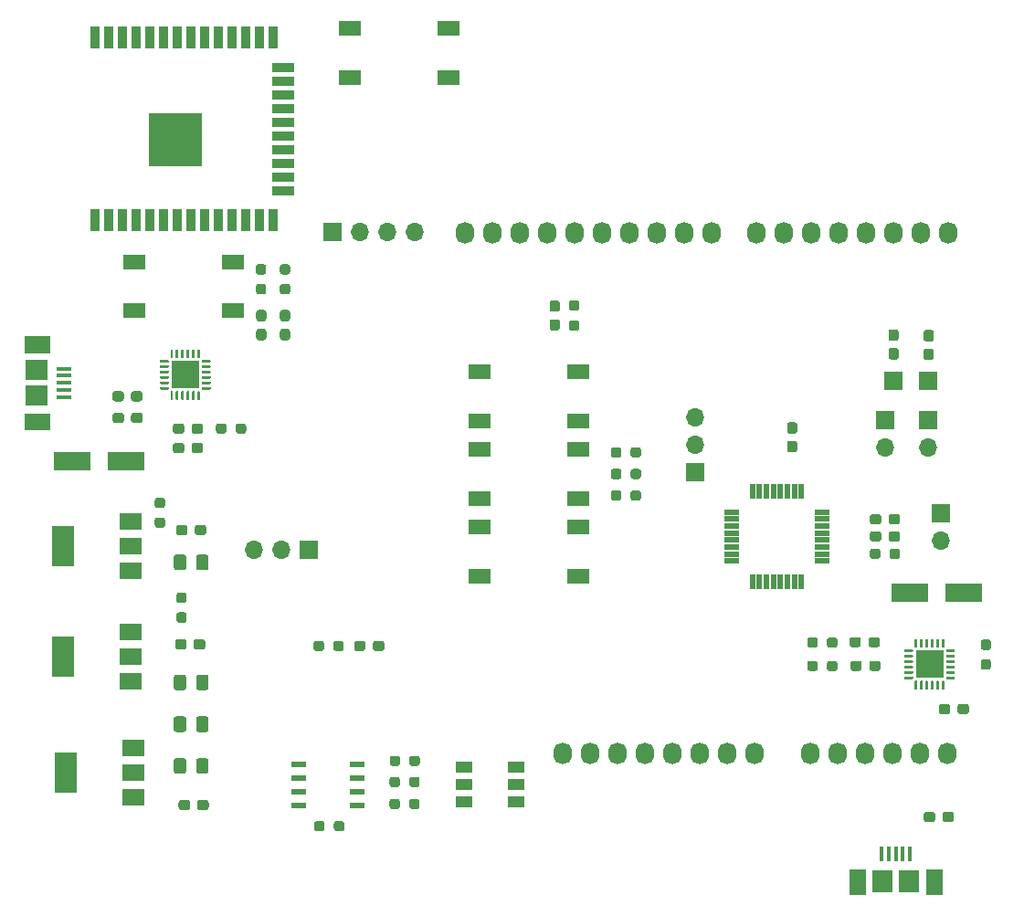
<source format=gbr>
G04 #@! TF.GenerationSoftware,KiCad,Pcbnew,(5.1.12)-1*
G04 #@! TF.CreationDate,2022-03-24T17:08:19-05:00*
G04 #@! TF.ProjectId,AVR-CTF,4156522d-4354-4462-9e6b-696361645f70,rev?*
G04 #@! TF.SameCoordinates,Original*
G04 #@! TF.FileFunction,Soldermask,Top*
G04 #@! TF.FilePolarity,Negative*
%FSLAX46Y46*%
G04 Gerber Fmt 4.6, Leading zero omitted, Abs format (unit mm)*
G04 Created by KiCad (PCBNEW (5.1.12)-1) date 2022-03-24 17:08:19*
%MOMM*%
%LPD*%
G01*
G04 APERTURE LIST*
%ADD10C,0.010000*%
%ADD11R,3.500000X1.800000*%
%ADD12R,1.700000X1.700000*%
%ADD13O,1.700000X1.700000*%
%ADD14C,0.450000*%
%ADD15R,1.900000X2.000000*%
%ADD16R,0.400000X1.400000*%
%ADD17R,1.400000X0.400000*%
%ADD18R,2.000000X1.900000*%
%ADD19O,1.727200X2.032000*%
%ADD20R,2.100000X1.400000*%
%ADD21R,2.000000X1.500000*%
%ADD22R,2.000000X3.800000*%
%ADD23R,5.000000X5.000000*%
%ADD24R,0.900000X2.000000*%
%ADD25R,2.000000X0.900000*%
%ADD26R,1.460500X0.538480*%
%ADD27R,1.340599X0.507200*%
%ADD28R,0.507200X1.340599*%
%ADD29R,2.600000X2.600000*%
%ADD30R,1.750000X1.800000*%
%ADD31R,1.500000X1.000000*%
G04 APERTURE END LIST*
D10*
G36*
X195853050Y-122215000D02*
G01*
X197298000Y-122215000D01*
X197298000Y-124517040D01*
X195853050Y-124517040D01*
X195853050Y-122215000D01*
G37*
X195853050Y-122215000D02*
X197298000Y-122215000D01*
X197298000Y-124517040D01*
X195853050Y-124517040D01*
X195853050Y-122215000D01*
G36*
X188692020Y-122215000D02*
G01*
X190148000Y-122215000D01*
X190148000Y-124516600D01*
X188692020Y-124516600D01*
X188692020Y-122215000D01*
G37*
X188692020Y-122215000D02*
X190148000Y-122215000D01*
X190148000Y-124516600D01*
X188692020Y-124516600D01*
X188692020Y-122215000D01*
G36*
X114548000Y-72809020D02*
G01*
X114548000Y-74265000D01*
X112246400Y-74265000D01*
X112246400Y-72809020D01*
X114548000Y-72809020D01*
G37*
X114548000Y-72809020D02*
X114548000Y-74265000D01*
X112246400Y-74265000D01*
X112246400Y-72809020D01*
X114548000Y-72809020D01*
G36*
X114548000Y-79970050D02*
G01*
X114548000Y-81415000D01*
X112245960Y-81415000D01*
X112245960Y-79970050D01*
X114548000Y-79970050D01*
G37*
X114548000Y-79970050D02*
X114548000Y-81415000D01*
X112245960Y-81415000D01*
X112245960Y-79970050D01*
X114548000Y-79970050D01*
G36*
G01*
X128148000Y-109240000D02*
X128148000Y-108290000D01*
G75*
G02*
X128398000Y-108040000I250000J0D01*
G01*
X129073000Y-108040000D01*
G75*
G02*
X129323000Y-108290000I0J-250000D01*
G01*
X129323000Y-109240000D01*
G75*
G02*
X129073000Y-109490000I-250000J0D01*
G01*
X128398000Y-109490000D01*
G75*
G02*
X128148000Y-109240000I0J250000D01*
G01*
G37*
G36*
G01*
X126073000Y-109240000D02*
X126073000Y-108290000D01*
G75*
G02*
X126323000Y-108040000I250000J0D01*
G01*
X126998000Y-108040000D01*
G75*
G02*
X127248000Y-108290000I0J-250000D01*
G01*
X127248000Y-109240000D01*
G75*
G02*
X126998000Y-109490000I-250000J0D01*
G01*
X126323000Y-109490000D01*
G75*
G02*
X126073000Y-109240000I0J250000D01*
G01*
G37*
G36*
G01*
X126073000Y-113115000D02*
X126073000Y-112165000D01*
G75*
G02*
X126323000Y-111915000I250000J0D01*
G01*
X126998000Y-111915000D01*
G75*
G02*
X127248000Y-112165000I0J-250000D01*
G01*
X127248000Y-113115000D01*
G75*
G02*
X126998000Y-113365000I-250000J0D01*
G01*
X126323000Y-113365000D01*
G75*
G02*
X126073000Y-113115000I0J250000D01*
G01*
G37*
G36*
G01*
X128148000Y-113115000D02*
X128148000Y-112165000D01*
G75*
G02*
X128398000Y-111915000I250000J0D01*
G01*
X129073000Y-111915000D01*
G75*
G02*
X129323000Y-112165000I0J-250000D01*
G01*
X129323000Y-113115000D01*
G75*
G02*
X129073000Y-113365000I-250000J0D01*
G01*
X128398000Y-113365000D01*
G75*
G02*
X128148000Y-113115000I0J250000D01*
G01*
G37*
G36*
G01*
X126073000Y-105365000D02*
X126073000Y-104415000D01*
G75*
G02*
X126323000Y-104165000I250000J0D01*
G01*
X126998000Y-104165000D01*
G75*
G02*
X127248000Y-104415000I0J-250000D01*
G01*
X127248000Y-105365000D01*
G75*
G02*
X126998000Y-105615000I-250000J0D01*
G01*
X126323000Y-105615000D01*
G75*
G02*
X126073000Y-105365000I0J250000D01*
G01*
G37*
G36*
G01*
X128148000Y-105365000D02*
X128148000Y-104415000D01*
G75*
G02*
X128398000Y-104165000I250000J0D01*
G01*
X129073000Y-104165000D01*
G75*
G02*
X129323000Y-104415000I0J-250000D01*
G01*
X129323000Y-105365000D01*
G75*
G02*
X129073000Y-105615000I-250000J0D01*
G01*
X128398000Y-105615000D01*
G75*
G02*
X128148000Y-105365000I0J250000D01*
G01*
G37*
G36*
G01*
X126528000Y-116502500D02*
X126528000Y-116027500D01*
G75*
G02*
X126765500Y-115790000I237500J0D01*
G01*
X127365500Y-115790000D01*
G75*
G02*
X127603000Y-116027500I0J-237500D01*
G01*
X127603000Y-116502500D01*
G75*
G02*
X127365500Y-116740000I-237500J0D01*
G01*
X126765500Y-116740000D01*
G75*
G02*
X126528000Y-116502500I0J237500D01*
G01*
G37*
G36*
G01*
X128253000Y-116502500D02*
X128253000Y-116027500D01*
G75*
G02*
X128490500Y-115790000I237500J0D01*
G01*
X129090500Y-115790000D01*
G75*
G02*
X129328000Y-116027500I0J-237500D01*
G01*
X129328000Y-116502500D01*
G75*
G02*
X129090500Y-116740000I-237500J0D01*
G01*
X128490500Y-116740000D01*
G75*
G02*
X128253000Y-116502500I0J237500D01*
G01*
G37*
G36*
G01*
X127923000Y-101602500D02*
X127923000Y-101127500D01*
G75*
G02*
X128160500Y-100890000I237500J0D01*
G01*
X128760500Y-100890000D01*
G75*
G02*
X128998000Y-101127500I0J-237500D01*
G01*
X128998000Y-101602500D01*
G75*
G02*
X128760500Y-101840000I-237500J0D01*
G01*
X128160500Y-101840000D01*
G75*
G02*
X127923000Y-101602500I0J237500D01*
G01*
G37*
G36*
G01*
X126198000Y-101602500D02*
X126198000Y-101127500D01*
G75*
G02*
X126435500Y-100890000I237500J0D01*
G01*
X127035500Y-100890000D01*
G75*
G02*
X127273000Y-101127500I0J-237500D01*
G01*
X127273000Y-101602500D01*
G75*
G02*
X127035500Y-101840000I-237500J0D01*
G01*
X126435500Y-101840000D01*
G75*
G02*
X126198000Y-101602500I0J237500D01*
G01*
G37*
G36*
G01*
X195810500Y-72215000D02*
X196285500Y-72215000D01*
G75*
G02*
X196523000Y-72452500I0J-237500D01*
G01*
X196523000Y-73052500D01*
G75*
G02*
X196285500Y-73290000I-237500J0D01*
G01*
X195810500Y-73290000D01*
G75*
G02*
X195573000Y-73052500I0J237500D01*
G01*
X195573000Y-72452500D01*
G75*
G02*
X195810500Y-72215000I237500J0D01*
G01*
G37*
G36*
G01*
X195810500Y-73940000D02*
X196285500Y-73940000D01*
G75*
G02*
X196523000Y-74177500I0J-237500D01*
G01*
X196523000Y-74777500D01*
G75*
G02*
X196285500Y-75015000I-237500J0D01*
G01*
X195810500Y-75015000D01*
G75*
G02*
X195573000Y-74777500I0J237500D01*
G01*
X195573000Y-74177500D01*
G75*
G02*
X195810500Y-73940000I237500J0D01*
G01*
G37*
G36*
G01*
X192560500Y-72165000D02*
X193035500Y-72165000D01*
G75*
G02*
X193273000Y-72402500I0J-237500D01*
G01*
X193273000Y-73002500D01*
G75*
G02*
X193035500Y-73240000I-237500J0D01*
G01*
X192560500Y-73240000D01*
G75*
G02*
X192323000Y-73002500I0J237500D01*
G01*
X192323000Y-72402500D01*
G75*
G02*
X192560500Y-72165000I237500J0D01*
G01*
G37*
G36*
G01*
X192560500Y-73890000D02*
X193035500Y-73890000D01*
G75*
G02*
X193273000Y-74127500I0J-237500D01*
G01*
X193273000Y-74727500D01*
G75*
G02*
X193035500Y-74965000I-237500J0D01*
G01*
X192560500Y-74965000D01*
G75*
G02*
X192323000Y-74727500I0J237500D01*
G01*
X192323000Y-74127500D01*
G75*
G02*
X192560500Y-73890000I237500J0D01*
G01*
G37*
G36*
G01*
X183635500Y-81840000D02*
X183160500Y-81840000D01*
G75*
G02*
X182923000Y-81602500I0J237500D01*
G01*
X182923000Y-81002500D01*
G75*
G02*
X183160500Y-80765000I237500J0D01*
G01*
X183635500Y-80765000D01*
G75*
G02*
X183873000Y-81002500I0J-237500D01*
G01*
X183873000Y-81602500D01*
G75*
G02*
X183635500Y-81840000I-237500J0D01*
G01*
G37*
G36*
G01*
X183635500Y-83565000D02*
X183160500Y-83565000D01*
G75*
G02*
X182923000Y-83327500I0J237500D01*
G01*
X182923000Y-82727500D01*
G75*
G02*
X183160500Y-82490000I237500J0D01*
G01*
X183635500Y-82490000D01*
G75*
G02*
X183873000Y-82727500I0J-237500D01*
G01*
X183873000Y-83327500D01*
G75*
G02*
X183635500Y-83565000I-237500J0D01*
G01*
G37*
G36*
G01*
X192323000Y-91602500D02*
X192323000Y-91127500D01*
G75*
G02*
X192560500Y-90890000I237500J0D01*
G01*
X193160500Y-90890000D01*
G75*
G02*
X193398000Y-91127500I0J-237500D01*
G01*
X193398000Y-91602500D01*
G75*
G02*
X193160500Y-91840000I-237500J0D01*
G01*
X192560500Y-91840000D01*
G75*
G02*
X192323000Y-91602500I0J237500D01*
G01*
G37*
G36*
G01*
X190598000Y-91602500D02*
X190598000Y-91127500D01*
G75*
G02*
X190835500Y-90890000I237500J0D01*
G01*
X191435500Y-90890000D01*
G75*
G02*
X191673000Y-91127500I0J-237500D01*
G01*
X191673000Y-91602500D01*
G75*
G02*
X191435500Y-91840000I-237500J0D01*
G01*
X190835500Y-91840000D01*
G75*
G02*
X190598000Y-91602500I0J237500D01*
G01*
G37*
G36*
G01*
X190598000Y-90002500D02*
X190598000Y-89527500D01*
G75*
G02*
X190835500Y-89290000I237500J0D01*
G01*
X191435500Y-89290000D01*
G75*
G02*
X191673000Y-89527500I0J-237500D01*
G01*
X191673000Y-90002500D01*
G75*
G02*
X191435500Y-90240000I-237500J0D01*
G01*
X190835500Y-90240000D01*
G75*
G02*
X190598000Y-90002500I0J237500D01*
G01*
G37*
G36*
G01*
X192323000Y-90002500D02*
X192323000Y-89527500D01*
G75*
G02*
X192560500Y-89290000I237500J0D01*
G01*
X193160500Y-89290000D01*
G75*
G02*
X193398000Y-89527500I0J-237500D01*
G01*
X193398000Y-90002500D01*
G75*
G02*
X193160500Y-90240000I-237500J0D01*
G01*
X192560500Y-90240000D01*
G75*
G02*
X192323000Y-90002500I0J237500D01*
G01*
G37*
G36*
G01*
X196998000Y-107602500D02*
X196998000Y-107127500D01*
G75*
G02*
X197235500Y-106890000I237500J0D01*
G01*
X197835500Y-106890000D01*
G75*
G02*
X198073000Y-107127500I0J-237500D01*
G01*
X198073000Y-107602500D01*
G75*
G02*
X197835500Y-107840000I-237500J0D01*
G01*
X197235500Y-107840000D01*
G75*
G02*
X196998000Y-107602500I0J237500D01*
G01*
G37*
G36*
G01*
X198723000Y-107602500D02*
X198723000Y-107127500D01*
G75*
G02*
X198960500Y-106890000I237500J0D01*
G01*
X199560500Y-106890000D01*
G75*
G02*
X199798000Y-107127500I0J-237500D01*
G01*
X199798000Y-107602500D01*
G75*
G02*
X199560500Y-107840000I-237500J0D01*
G01*
X198960500Y-107840000D01*
G75*
G02*
X198723000Y-107602500I0J237500D01*
G01*
G37*
G36*
G01*
X198398000Y-117127500D02*
X198398000Y-117602500D01*
G75*
G02*
X198160500Y-117840000I-237500J0D01*
G01*
X197560500Y-117840000D01*
G75*
G02*
X197323000Y-117602500I0J237500D01*
G01*
X197323000Y-117127500D01*
G75*
G02*
X197560500Y-116890000I237500J0D01*
G01*
X198160500Y-116890000D01*
G75*
G02*
X198398000Y-117127500I0J-237500D01*
G01*
G37*
G36*
G01*
X196673000Y-117127500D02*
X196673000Y-117602500D01*
G75*
G02*
X196435500Y-117840000I-237500J0D01*
G01*
X195835500Y-117840000D01*
G75*
G02*
X195598000Y-117602500I0J237500D01*
G01*
X195598000Y-117127500D01*
G75*
G02*
X195835500Y-116890000I237500J0D01*
G01*
X196435500Y-116890000D01*
G75*
G02*
X196673000Y-117127500I0J-237500D01*
G01*
G37*
G36*
G01*
X126073000Y-94240000D02*
X126073000Y-93290000D01*
G75*
G02*
X126323000Y-93040000I250000J0D01*
G01*
X126998000Y-93040000D01*
G75*
G02*
X127248000Y-93290000I0J-250000D01*
G01*
X127248000Y-94240000D01*
G75*
G02*
X126998000Y-94490000I-250000J0D01*
G01*
X126323000Y-94490000D01*
G75*
G02*
X126073000Y-94240000I0J250000D01*
G01*
G37*
G36*
G01*
X128148000Y-94240000D02*
X128148000Y-93290000D01*
G75*
G02*
X128398000Y-93040000I250000J0D01*
G01*
X129073000Y-93040000D01*
G75*
G02*
X129323000Y-93290000I0J-250000D01*
G01*
X129323000Y-94240000D01*
G75*
G02*
X129073000Y-94490000I-250000J0D01*
G01*
X128398000Y-94490000D01*
G75*
G02*
X128148000Y-94240000I0J250000D01*
G01*
G37*
G36*
G01*
X126298000Y-91002500D02*
X126298000Y-90527500D01*
G75*
G02*
X126535500Y-90290000I237500J0D01*
G01*
X127135500Y-90290000D01*
G75*
G02*
X127373000Y-90527500I0J-237500D01*
G01*
X127373000Y-91002500D01*
G75*
G02*
X127135500Y-91240000I-237500J0D01*
G01*
X126535500Y-91240000D01*
G75*
G02*
X126298000Y-91002500I0J237500D01*
G01*
G37*
G36*
G01*
X128023000Y-91002500D02*
X128023000Y-90527500D01*
G75*
G02*
X128260500Y-90290000I237500J0D01*
G01*
X128860500Y-90290000D01*
G75*
G02*
X129098000Y-90527500I0J-237500D01*
G01*
X129098000Y-91002500D01*
G75*
G02*
X128860500Y-91240000I-237500J0D01*
G01*
X128260500Y-91240000D01*
G75*
G02*
X128023000Y-91002500I0J237500D01*
G01*
G37*
G36*
G01*
X121473000Y-78127500D02*
X121473000Y-78602500D01*
G75*
G02*
X121235500Y-78840000I-237500J0D01*
G01*
X120635500Y-78840000D01*
G75*
G02*
X120398000Y-78602500I0J237500D01*
G01*
X120398000Y-78127500D01*
G75*
G02*
X120635500Y-77890000I237500J0D01*
G01*
X121235500Y-77890000D01*
G75*
G02*
X121473000Y-78127500I0J-237500D01*
G01*
G37*
G36*
G01*
X123198000Y-78127500D02*
X123198000Y-78602500D01*
G75*
G02*
X122960500Y-78840000I-237500J0D01*
G01*
X122360500Y-78840000D01*
G75*
G02*
X122123000Y-78602500I0J237500D01*
G01*
X122123000Y-78127500D01*
G75*
G02*
X122360500Y-77890000I237500J0D01*
G01*
X122960500Y-77890000D01*
G75*
G02*
X123198000Y-78127500I0J-237500D01*
G01*
G37*
G36*
G01*
X128798000Y-82927500D02*
X128798000Y-83402500D01*
G75*
G02*
X128560500Y-83640000I-237500J0D01*
G01*
X127960500Y-83640000D01*
G75*
G02*
X127723000Y-83402500I0J237500D01*
G01*
X127723000Y-82927500D01*
G75*
G02*
X127960500Y-82690000I237500J0D01*
G01*
X128560500Y-82690000D01*
G75*
G02*
X128798000Y-82927500I0J-237500D01*
G01*
G37*
G36*
G01*
X127073000Y-82927500D02*
X127073000Y-83402500D01*
G75*
G02*
X126835500Y-83640000I-237500J0D01*
G01*
X126235500Y-83640000D01*
G75*
G02*
X125998000Y-83402500I0J237500D01*
G01*
X125998000Y-82927500D01*
G75*
G02*
X126235500Y-82690000I237500J0D01*
G01*
X126835500Y-82690000D01*
G75*
G02*
X127073000Y-82927500I0J-237500D01*
G01*
G37*
G36*
G01*
X127073000Y-81127500D02*
X127073000Y-81602500D01*
G75*
G02*
X126835500Y-81840000I-237500J0D01*
G01*
X126235500Y-81840000D01*
G75*
G02*
X125998000Y-81602500I0J237500D01*
G01*
X125998000Y-81127500D01*
G75*
G02*
X126235500Y-80890000I237500J0D01*
G01*
X126835500Y-80890000D01*
G75*
G02*
X127073000Y-81127500I0J-237500D01*
G01*
G37*
G36*
G01*
X128798000Y-81127500D02*
X128798000Y-81602500D01*
G75*
G02*
X128560500Y-81840000I-237500J0D01*
G01*
X127960500Y-81840000D01*
G75*
G02*
X127723000Y-81602500I0J237500D01*
G01*
X127723000Y-81127500D01*
G75*
G02*
X127960500Y-80890000I237500J0D01*
G01*
X128560500Y-80890000D01*
G75*
G02*
X128798000Y-81127500I0J-237500D01*
G01*
G37*
G36*
G01*
X121473000Y-80127500D02*
X121473000Y-80602500D01*
G75*
G02*
X121235500Y-80840000I-237500J0D01*
G01*
X120635500Y-80840000D01*
G75*
G02*
X120398000Y-80602500I0J237500D01*
G01*
X120398000Y-80127500D01*
G75*
G02*
X120635500Y-79890000I237500J0D01*
G01*
X121235500Y-79890000D01*
G75*
G02*
X121473000Y-80127500I0J-237500D01*
G01*
G37*
G36*
G01*
X123198000Y-80127500D02*
X123198000Y-80602500D01*
G75*
G02*
X122960500Y-80840000I-237500J0D01*
G01*
X122360500Y-80840000D01*
G75*
G02*
X122123000Y-80602500I0J237500D01*
G01*
X122123000Y-80127500D01*
G75*
G02*
X122360500Y-79890000I237500J0D01*
G01*
X122960500Y-79890000D01*
G75*
G02*
X123198000Y-80127500I0J-237500D01*
G01*
G37*
G36*
G01*
X145598000Y-101277500D02*
X145598000Y-101752500D01*
G75*
G02*
X145360500Y-101990000I-237500J0D01*
G01*
X144785500Y-101990000D01*
G75*
G02*
X144548000Y-101752500I0J237500D01*
G01*
X144548000Y-101277500D01*
G75*
G02*
X144785500Y-101040000I237500J0D01*
G01*
X145360500Y-101040000D01*
G75*
G02*
X145598000Y-101277500I0J-237500D01*
G01*
G37*
G36*
G01*
X143848000Y-101277500D02*
X143848000Y-101752500D01*
G75*
G02*
X143610500Y-101990000I-237500J0D01*
G01*
X143035500Y-101990000D01*
G75*
G02*
X142798000Y-101752500I0J237500D01*
G01*
X142798000Y-101277500D01*
G75*
G02*
X143035500Y-101040000I237500J0D01*
G01*
X143610500Y-101040000D01*
G75*
G02*
X143848000Y-101277500I0J-237500D01*
G01*
G37*
G36*
G01*
X161160500Y-71227500D02*
X161635500Y-71227500D01*
G75*
G02*
X161873000Y-71465000I0J-237500D01*
G01*
X161873000Y-72040000D01*
G75*
G02*
X161635500Y-72277500I-237500J0D01*
G01*
X161160500Y-72277500D01*
G75*
G02*
X160923000Y-72040000I0J237500D01*
G01*
X160923000Y-71465000D01*
G75*
G02*
X161160500Y-71227500I237500J0D01*
G01*
G37*
G36*
G01*
X161160500Y-69477500D02*
X161635500Y-69477500D01*
G75*
G02*
X161873000Y-69715000I0J-237500D01*
G01*
X161873000Y-70290000D01*
G75*
G02*
X161635500Y-70527500I-237500J0D01*
G01*
X161160500Y-70527500D01*
G75*
G02*
X160923000Y-70290000I0J237500D01*
G01*
X160923000Y-69715000D01*
G75*
G02*
X161160500Y-69477500I237500J0D01*
G01*
G37*
G36*
G01*
X189773000Y-100927500D02*
X189773000Y-101402500D01*
G75*
G02*
X189535500Y-101640000I-237500J0D01*
G01*
X188960500Y-101640000D01*
G75*
G02*
X188723000Y-101402500I0J237500D01*
G01*
X188723000Y-100927500D01*
G75*
G02*
X188960500Y-100690000I237500J0D01*
G01*
X189535500Y-100690000D01*
G75*
G02*
X189773000Y-100927500I0J-237500D01*
G01*
G37*
G36*
G01*
X191523000Y-100927500D02*
X191523000Y-101402500D01*
G75*
G02*
X191285500Y-101640000I-237500J0D01*
G01*
X190710500Y-101640000D01*
G75*
G02*
X190473000Y-101402500I0J237500D01*
G01*
X190473000Y-100927500D01*
G75*
G02*
X190710500Y-100690000I237500J0D01*
G01*
X191285500Y-100690000D01*
G75*
G02*
X191523000Y-100927500I0J-237500D01*
G01*
G37*
G36*
G01*
X191598000Y-103127500D02*
X191598000Y-103602500D01*
G75*
G02*
X191360500Y-103840000I-237500J0D01*
G01*
X190785500Y-103840000D01*
G75*
G02*
X190548000Y-103602500I0J237500D01*
G01*
X190548000Y-103127500D01*
G75*
G02*
X190785500Y-102890000I237500J0D01*
G01*
X191360500Y-102890000D01*
G75*
G02*
X191598000Y-103127500I0J-237500D01*
G01*
G37*
G36*
G01*
X189848000Y-103127500D02*
X189848000Y-103602500D01*
G75*
G02*
X189610500Y-103840000I-237500J0D01*
G01*
X189035500Y-103840000D01*
G75*
G02*
X188798000Y-103602500I0J237500D01*
G01*
X188798000Y-103127500D01*
G75*
G02*
X189035500Y-102890000I237500J0D01*
G01*
X189610500Y-102890000D01*
G75*
G02*
X189848000Y-103127500I0J-237500D01*
G01*
G37*
D11*
X199298000Y-96565000D03*
X194298000Y-96565000D03*
G36*
G01*
X134435500Y-71415000D02*
X133960500Y-71415000D01*
G75*
G02*
X133723000Y-71177500I0J237500D01*
G01*
X133723000Y-70602500D01*
G75*
G02*
X133960500Y-70365000I237500J0D01*
G01*
X134435500Y-70365000D01*
G75*
G02*
X134673000Y-70602500I0J-237500D01*
G01*
X134673000Y-71177500D01*
G75*
G02*
X134435500Y-71415000I-237500J0D01*
G01*
G37*
G36*
G01*
X134435500Y-73165000D02*
X133960500Y-73165000D01*
G75*
G02*
X133723000Y-72927500I0J237500D01*
G01*
X133723000Y-72352500D01*
G75*
G02*
X133960500Y-72115000I237500J0D01*
G01*
X134435500Y-72115000D01*
G75*
G02*
X134673000Y-72352500I0J-237500D01*
G01*
X134673000Y-72927500D01*
G75*
G02*
X134435500Y-73165000I-237500J0D01*
G01*
G37*
G36*
G01*
X136635500Y-73165000D02*
X136160500Y-73165000D01*
G75*
G02*
X135923000Y-72927500I0J237500D01*
G01*
X135923000Y-72352500D01*
G75*
G02*
X136160500Y-72115000I237500J0D01*
G01*
X136635500Y-72115000D01*
G75*
G02*
X136873000Y-72352500I0J-237500D01*
G01*
X136873000Y-72927500D01*
G75*
G02*
X136635500Y-73165000I-237500J0D01*
G01*
G37*
G36*
G01*
X136635500Y-71415000D02*
X136160500Y-71415000D01*
G75*
G02*
X135923000Y-71177500I0J237500D01*
G01*
X135923000Y-70602500D01*
G75*
G02*
X136160500Y-70365000I237500J0D01*
G01*
X136635500Y-70365000D01*
G75*
G02*
X136873000Y-70602500I0J-237500D01*
G01*
X136873000Y-71177500D01*
G75*
G02*
X136635500Y-71415000I-237500J0D01*
G01*
G37*
X121648000Y-84365000D03*
X116648000Y-84365000D03*
D12*
X197198000Y-89225000D03*
D13*
X197198000Y-91765000D03*
X133518000Y-92565000D03*
X136058000Y-92565000D03*
D12*
X138598000Y-92565000D03*
X140798000Y-63165000D03*
D13*
X143338000Y-63165000D03*
X145878000Y-63165000D03*
X148418000Y-63165000D03*
X195998000Y-83105000D03*
D12*
X195998000Y-80565000D03*
X191998000Y-80565000D03*
D13*
X191998000Y-83105000D03*
D12*
X174398000Y-85365000D03*
D13*
X174398000Y-82825000D03*
X174398000Y-80285000D03*
D14*
X196573000Y-123365000D03*
X189423000Y-123365000D03*
D15*
X194198000Y-123365000D03*
X191798000Y-123365000D03*
D16*
X194298000Y-120815000D03*
X193648000Y-120815000D03*
X192998000Y-120815000D03*
X192348000Y-120815000D03*
X191698000Y-120815000D03*
D17*
X115948000Y-75815000D03*
X115948000Y-76465000D03*
X115948000Y-77115000D03*
X115948000Y-77765000D03*
X115948000Y-78415000D03*
D18*
X113398000Y-75915000D03*
X113398000Y-78315000D03*
D14*
X113398000Y-73540000D03*
X113398000Y-80690000D03*
G36*
G01*
X191573000Y-92727500D02*
X191573000Y-93202500D01*
G75*
G02*
X191335500Y-93440000I-237500J0D01*
G01*
X190835500Y-93440000D01*
G75*
G02*
X190598000Y-93202500I0J237500D01*
G01*
X190598000Y-92727500D01*
G75*
G02*
X190835500Y-92490000I237500J0D01*
G01*
X191335500Y-92490000D01*
G75*
G02*
X191573000Y-92727500I0J-237500D01*
G01*
G37*
G36*
G01*
X193398000Y-92727500D02*
X193398000Y-93202500D01*
G75*
G02*
X193160500Y-93440000I-237500J0D01*
G01*
X192660500Y-93440000D01*
G75*
G02*
X192423000Y-93202500I0J237500D01*
G01*
X192423000Y-92727500D01*
G75*
G02*
X192660500Y-92490000I237500J0D01*
G01*
X193160500Y-92490000D01*
G75*
G02*
X193398000Y-92727500I0J-237500D01*
G01*
G37*
D19*
X179955000Y-111502000D03*
X177415000Y-111502000D03*
X174875000Y-111502000D03*
X172335000Y-111502000D03*
X169795000Y-111502000D03*
X167255000Y-111502000D03*
X164715000Y-111502000D03*
X162175000Y-111502000D03*
X185098500Y-111502000D03*
X187638500Y-111502000D03*
X190178500Y-111502000D03*
X192718500Y-111502000D03*
X195258500Y-111502000D03*
X197798500Y-111502000D03*
X153094500Y-63242000D03*
X155634500Y-63242000D03*
X158174500Y-63242000D03*
X160714500Y-63242000D03*
X163254500Y-63242000D03*
X165794500Y-63242000D03*
X168334500Y-63242000D03*
X170874500Y-63242000D03*
X173414500Y-63242000D03*
X175954500Y-63242000D03*
X180082000Y-63242000D03*
X182622000Y-63242000D03*
X185162000Y-63242000D03*
X187702000Y-63242000D03*
X190242000Y-63242000D03*
X192782000Y-63242000D03*
X195322000Y-63242000D03*
X197862000Y-63242000D03*
G36*
G01*
X139048000Y-101752500D02*
X139048000Y-101277500D01*
G75*
G02*
X139285500Y-101040000I237500J0D01*
G01*
X139785500Y-101040000D01*
G75*
G02*
X140023000Y-101277500I0J-237500D01*
G01*
X140023000Y-101752500D01*
G75*
G02*
X139785500Y-101990000I-237500J0D01*
G01*
X139285500Y-101990000D01*
G75*
G02*
X139048000Y-101752500I0J237500D01*
G01*
G37*
G36*
G01*
X140873000Y-101752500D02*
X140873000Y-101277500D01*
G75*
G02*
X141110500Y-101040000I237500J0D01*
G01*
X141610500Y-101040000D01*
G75*
G02*
X141848000Y-101277500I0J-237500D01*
G01*
X141848000Y-101752500D01*
G75*
G02*
X141610500Y-101990000I-237500J0D01*
G01*
X141110500Y-101990000D01*
G75*
G02*
X140873000Y-101752500I0J237500D01*
G01*
G37*
G36*
G01*
X148883001Y-115927500D02*
X148883001Y-116402500D01*
G75*
G02*
X148645501Y-116640000I-237500J0D01*
G01*
X148145501Y-116640000D01*
G75*
G02*
X147908001Y-116402500I0J237500D01*
G01*
X147908001Y-115927500D01*
G75*
G02*
X148145501Y-115690000I237500J0D01*
G01*
X148645501Y-115690000D01*
G75*
G02*
X148883001Y-115927500I0J-237500D01*
G01*
G37*
G36*
G01*
X147058001Y-115927500D02*
X147058001Y-116402500D01*
G75*
G02*
X146820501Y-116640000I-237500J0D01*
G01*
X146320501Y-116640000D01*
G75*
G02*
X146083001Y-116402500I0J237500D01*
G01*
X146083001Y-115927500D01*
G75*
G02*
X146320501Y-115690000I237500J0D01*
G01*
X146820501Y-115690000D01*
G75*
G02*
X147058001Y-115927500I0J-237500D01*
G01*
G37*
G36*
G01*
X147908001Y-114367501D02*
X147908001Y-113892501D01*
G75*
G02*
X148145501Y-113655001I237500J0D01*
G01*
X148645501Y-113655001D01*
G75*
G02*
X148883001Y-113892501I0J-237500D01*
G01*
X148883001Y-114367501D01*
G75*
G02*
X148645501Y-114605001I-237500J0D01*
G01*
X148145501Y-114605001D01*
G75*
G02*
X147908001Y-114367501I0J237500D01*
G01*
G37*
G36*
G01*
X146083001Y-114367501D02*
X146083001Y-113892501D01*
G75*
G02*
X146320501Y-113655001I237500J0D01*
G01*
X146820501Y-113655001D01*
G75*
G02*
X147058001Y-113892501I0J-237500D01*
G01*
X147058001Y-114367501D01*
G75*
G02*
X146820501Y-114605001I-237500J0D01*
G01*
X146320501Y-114605001D01*
G75*
G02*
X146083001Y-114367501I0J237500D01*
G01*
G37*
G36*
G01*
X141898000Y-117977500D02*
X141898000Y-118452500D01*
G75*
G02*
X141660500Y-118690000I-237500J0D01*
G01*
X141160500Y-118690000D01*
G75*
G02*
X140923000Y-118452500I0J237500D01*
G01*
X140923000Y-117977500D01*
G75*
G02*
X141160500Y-117740000I237500J0D01*
G01*
X141660500Y-117740000D01*
G75*
G02*
X141898000Y-117977500I0J-237500D01*
G01*
G37*
G36*
G01*
X140073000Y-117977500D02*
X140073000Y-118452500D01*
G75*
G02*
X139835500Y-118690000I-237500J0D01*
G01*
X139335500Y-118690000D01*
G75*
G02*
X139098000Y-118452500I0J237500D01*
G01*
X139098000Y-117977500D01*
G75*
G02*
X139335500Y-117740000I237500J0D01*
G01*
X139835500Y-117740000D01*
G75*
G02*
X140073000Y-117977500I0J-237500D01*
G01*
G37*
G36*
G01*
X169398000Y-87327500D02*
X169398000Y-87802500D01*
G75*
G02*
X169160500Y-88040000I-237500J0D01*
G01*
X168660500Y-88040000D01*
G75*
G02*
X168423000Y-87802500I0J237500D01*
G01*
X168423000Y-87327500D01*
G75*
G02*
X168660500Y-87090000I237500J0D01*
G01*
X169160500Y-87090000D01*
G75*
G02*
X169398000Y-87327500I0J-237500D01*
G01*
G37*
G36*
G01*
X167573000Y-87327500D02*
X167573000Y-87802500D01*
G75*
G02*
X167335500Y-88040000I-237500J0D01*
G01*
X166835500Y-88040000D01*
G75*
G02*
X166598000Y-87802500I0J237500D01*
G01*
X166598000Y-87327500D01*
G75*
G02*
X166835500Y-87090000I237500J0D01*
G01*
X167335500Y-87090000D01*
G75*
G02*
X167573000Y-87327500I0J-237500D01*
G01*
G37*
G36*
G01*
X167573000Y-85327500D02*
X167573000Y-85802500D01*
G75*
G02*
X167335500Y-86040000I-237500J0D01*
G01*
X166835500Y-86040000D01*
G75*
G02*
X166598000Y-85802500I0J237500D01*
G01*
X166598000Y-85327500D01*
G75*
G02*
X166835500Y-85090000I237500J0D01*
G01*
X167335500Y-85090000D01*
G75*
G02*
X167573000Y-85327500I0J-237500D01*
G01*
G37*
G36*
G01*
X169398000Y-85327500D02*
X169398000Y-85802500D01*
G75*
G02*
X169160500Y-86040000I-237500J0D01*
G01*
X168660500Y-86040000D01*
G75*
G02*
X168423000Y-85802500I0J237500D01*
G01*
X168423000Y-85327500D01*
G75*
G02*
X168660500Y-85090000I237500J0D01*
G01*
X169160500Y-85090000D01*
G75*
G02*
X169398000Y-85327500I0J-237500D01*
G01*
G37*
G36*
G01*
X148898000Y-111927500D02*
X148898000Y-112402500D01*
G75*
G02*
X148660500Y-112640000I-237500J0D01*
G01*
X148160500Y-112640000D01*
G75*
G02*
X147923000Y-112402500I0J237500D01*
G01*
X147923000Y-111927500D01*
G75*
G02*
X148160500Y-111690000I237500J0D01*
G01*
X148660500Y-111690000D01*
G75*
G02*
X148898000Y-111927500I0J-237500D01*
G01*
G37*
G36*
G01*
X147073000Y-111927500D02*
X147073000Y-112402500D01*
G75*
G02*
X146835500Y-112640000I-237500J0D01*
G01*
X146335500Y-112640000D01*
G75*
G02*
X146098000Y-112402500I0J237500D01*
G01*
X146098000Y-111927500D01*
G75*
G02*
X146335500Y-111690000I237500J0D01*
G01*
X146835500Y-111690000D01*
G75*
G02*
X147073000Y-111927500I0J-237500D01*
G01*
G37*
G36*
G01*
X201110500Y-102740000D02*
X201585500Y-102740000D01*
G75*
G02*
X201823000Y-102977500I0J-237500D01*
G01*
X201823000Y-103477500D01*
G75*
G02*
X201585500Y-103715000I-237500J0D01*
G01*
X201110500Y-103715000D01*
G75*
G02*
X200873000Y-103477500I0J237500D01*
G01*
X200873000Y-102977500D01*
G75*
G02*
X201110500Y-102740000I237500J0D01*
G01*
G37*
G36*
G01*
X201110500Y-100915000D02*
X201585500Y-100915000D01*
G75*
G02*
X201823000Y-101152500I0J-237500D01*
G01*
X201823000Y-101652500D01*
G75*
G02*
X201585500Y-101890000I-237500J0D01*
G01*
X201110500Y-101890000D01*
G75*
G02*
X200873000Y-101652500I0J237500D01*
G01*
X200873000Y-101152500D01*
G75*
G02*
X201110500Y-100915000I237500J0D01*
G01*
G37*
G36*
G01*
X168423000Y-83802500D02*
X168423000Y-83327500D01*
G75*
G02*
X168660500Y-83090000I237500J0D01*
G01*
X169160500Y-83090000D01*
G75*
G02*
X169398000Y-83327500I0J-237500D01*
G01*
X169398000Y-83802500D01*
G75*
G02*
X169160500Y-84040000I-237500J0D01*
G01*
X168660500Y-84040000D01*
G75*
G02*
X168423000Y-83802500I0J237500D01*
G01*
G37*
G36*
G01*
X166598000Y-83802500D02*
X166598000Y-83327500D01*
G75*
G02*
X166835500Y-83090000I237500J0D01*
G01*
X167335500Y-83090000D01*
G75*
G02*
X167573000Y-83327500I0J-237500D01*
G01*
X167573000Y-83802500D01*
G75*
G02*
X167335500Y-84040000I-237500J0D01*
G01*
X166835500Y-84040000D01*
G75*
G02*
X166598000Y-83802500I0J237500D01*
G01*
G37*
G36*
G01*
X162960500Y-71302500D02*
X163435500Y-71302500D01*
G75*
G02*
X163673000Y-71540000I0J-237500D01*
G01*
X163673000Y-72040000D01*
G75*
G02*
X163435500Y-72277500I-237500J0D01*
G01*
X162960500Y-72277500D01*
G75*
G02*
X162723000Y-72040000I0J237500D01*
G01*
X162723000Y-71540000D01*
G75*
G02*
X162960500Y-71302500I237500J0D01*
G01*
G37*
G36*
G01*
X162960500Y-69477500D02*
X163435500Y-69477500D01*
G75*
G02*
X163673000Y-69715000I0J-237500D01*
G01*
X163673000Y-70215000D01*
G75*
G02*
X163435500Y-70452500I-237500J0D01*
G01*
X162960500Y-70452500D01*
G75*
G02*
X162723000Y-70215000I0J237500D01*
G01*
X162723000Y-69715000D01*
G75*
G02*
X162960500Y-69477500I237500J0D01*
G01*
G37*
G36*
G01*
X184798000Y-101437501D02*
X184798000Y-100962501D01*
G75*
G02*
X185035500Y-100725001I237500J0D01*
G01*
X185535500Y-100725001D01*
G75*
G02*
X185773000Y-100962501I0J-237500D01*
G01*
X185773000Y-101437501D01*
G75*
G02*
X185535500Y-101675001I-237500J0D01*
G01*
X185035500Y-101675001D01*
G75*
G02*
X184798000Y-101437501I0J237500D01*
G01*
G37*
G36*
G01*
X186623000Y-101437501D02*
X186623000Y-100962501D01*
G75*
G02*
X186860500Y-100725001I237500J0D01*
G01*
X187360500Y-100725001D01*
G75*
G02*
X187598000Y-100962501I0J-237500D01*
G01*
X187598000Y-101437501D01*
G75*
G02*
X187360500Y-101675001I-237500J0D01*
G01*
X186860500Y-101675001D01*
G75*
G02*
X186623000Y-101437501I0J237500D01*
G01*
G37*
G36*
G01*
X186623000Y-103602500D02*
X186623000Y-103127500D01*
G75*
G02*
X186860500Y-102890000I237500J0D01*
G01*
X187360500Y-102890000D01*
G75*
G02*
X187598000Y-103127500I0J-237500D01*
G01*
X187598000Y-103602500D01*
G75*
G02*
X187360500Y-103840000I-237500J0D01*
G01*
X186860500Y-103840000D01*
G75*
G02*
X186623000Y-103602500I0J237500D01*
G01*
G37*
G36*
G01*
X184798000Y-103602500D02*
X184798000Y-103127500D01*
G75*
G02*
X185035500Y-102890000I237500J0D01*
G01*
X185535500Y-102890000D01*
G75*
G02*
X185773000Y-103127500I0J-237500D01*
G01*
X185773000Y-103602500D01*
G75*
G02*
X185535500Y-103840000I-237500J0D01*
G01*
X185035500Y-103840000D01*
G75*
G02*
X184798000Y-103602500I0J237500D01*
G01*
G37*
G36*
G01*
X132798000Y-81127500D02*
X132798000Y-81602500D01*
G75*
G02*
X132560500Y-81840000I-237500J0D01*
G01*
X132060500Y-81840000D01*
G75*
G02*
X131823000Y-81602500I0J237500D01*
G01*
X131823000Y-81127500D01*
G75*
G02*
X132060500Y-80890000I237500J0D01*
G01*
X132560500Y-80890000D01*
G75*
G02*
X132798000Y-81127500I0J-237500D01*
G01*
G37*
G36*
G01*
X130973000Y-81127500D02*
X130973000Y-81602500D01*
G75*
G02*
X130735500Y-81840000I-237500J0D01*
G01*
X130235500Y-81840000D01*
G75*
G02*
X129998000Y-81602500I0J237500D01*
G01*
X129998000Y-81127500D01*
G75*
G02*
X130235500Y-80890000I237500J0D01*
G01*
X130735500Y-80890000D01*
G75*
G02*
X130973000Y-81127500I0J-237500D01*
G01*
G37*
G36*
G01*
X133943834Y-67940000D02*
X134418834Y-67940000D01*
G75*
G02*
X134656334Y-68177500I0J-237500D01*
G01*
X134656334Y-68677500D01*
G75*
G02*
X134418834Y-68915000I-237500J0D01*
G01*
X133943834Y-68915000D01*
G75*
G02*
X133706334Y-68677500I0J237500D01*
G01*
X133706334Y-68177500D01*
G75*
G02*
X133943834Y-67940000I237500J0D01*
G01*
G37*
G36*
G01*
X133943834Y-66115000D02*
X134418834Y-66115000D01*
G75*
G02*
X134656334Y-66352500I0J-237500D01*
G01*
X134656334Y-66852500D01*
G75*
G02*
X134418834Y-67090000I-237500J0D01*
G01*
X133943834Y-67090000D01*
G75*
G02*
X133706334Y-66852500I0J237500D01*
G01*
X133706334Y-66352500D01*
G75*
G02*
X133943834Y-66115000I237500J0D01*
G01*
G37*
G36*
G01*
X136160500Y-66115000D02*
X136635500Y-66115000D01*
G75*
G02*
X136873000Y-66352500I0J-237500D01*
G01*
X136873000Y-66852500D01*
G75*
G02*
X136635500Y-67090000I-237500J0D01*
G01*
X136160500Y-67090000D01*
G75*
G02*
X135923000Y-66852500I0J237500D01*
G01*
X135923000Y-66352500D01*
G75*
G02*
X136160500Y-66115000I237500J0D01*
G01*
G37*
G36*
G01*
X136160500Y-67940000D02*
X136635500Y-67940000D01*
G75*
G02*
X136873000Y-68177500I0J-237500D01*
G01*
X136873000Y-68677500D01*
G75*
G02*
X136635500Y-68915000I-237500J0D01*
G01*
X136160500Y-68915000D01*
G75*
G02*
X135923000Y-68677500I0J237500D01*
G01*
X135923000Y-68177500D01*
G75*
G02*
X136160500Y-67940000I237500J0D01*
G01*
G37*
D20*
X131548000Y-70440000D03*
X122448000Y-70440000D03*
X131548000Y-65890000D03*
X122448000Y-65890000D03*
X151548000Y-48840000D03*
X142448000Y-48840000D03*
X151548000Y-44290000D03*
X142448000Y-44290000D03*
X154448000Y-83290000D03*
X163548000Y-83290000D03*
X154448000Y-87840000D03*
X163548000Y-87840000D03*
X163548000Y-95040000D03*
X154448000Y-95040000D03*
X163548000Y-90490000D03*
X154448000Y-90490000D03*
X154448000Y-76090000D03*
X163548000Y-76090000D03*
X154448000Y-80640000D03*
X163548000Y-80640000D03*
D21*
X122348000Y-115565000D03*
X122348000Y-110965000D03*
X122348000Y-113265000D03*
D22*
X116048000Y-113265000D03*
D21*
X122098000Y-104815000D03*
X122098000Y-100215000D03*
X122098000Y-102515000D03*
D22*
X115798000Y-102515000D03*
D23*
X126243000Y-54565000D03*
D24*
X118743000Y-62065000D03*
X120013000Y-62065000D03*
X121283000Y-62065000D03*
X122553000Y-62065000D03*
X123823000Y-62065000D03*
X125093000Y-62065000D03*
X126363000Y-62065000D03*
X127633000Y-62065000D03*
X128903000Y-62065000D03*
X130173000Y-62065000D03*
X131443000Y-62065000D03*
X132713000Y-62065000D03*
X133983000Y-62065000D03*
X135253000Y-62065000D03*
D25*
X136253000Y-59280000D03*
X136253000Y-58010000D03*
X136253000Y-56740000D03*
X136253000Y-55470000D03*
X136253000Y-54200000D03*
X136253000Y-52930000D03*
X136253000Y-51660000D03*
X136253000Y-50390000D03*
X136253000Y-49120000D03*
X136253000Y-47850000D03*
D24*
X135253000Y-45065000D03*
X133983000Y-45065000D03*
X132713000Y-45065000D03*
X131443000Y-45065000D03*
X130173000Y-45065000D03*
X128903000Y-45065000D03*
X127633000Y-45065000D03*
X126363000Y-45065000D03*
X125093000Y-45065000D03*
X123823000Y-45065000D03*
X122553000Y-45065000D03*
X121283000Y-45065000D03*
X120013000Y-45065000D03*
X118743000Y-45065000D03*
D26*
X137673850Y-112460000D03*
X137673850Y-113730000D03*
X137673850Y-115000000D03*
X137673850Y-116270000D03*
X143122150Y-116270000D03*
X143122150Y-115000000D03*
X143122150Y-113730000D03*
X143122150Y-112460000D03*
D27*
X177822499Y-89090001D03*
X177822499Y-89739999D03*
X177822499Y-90390001D03*
X177822499Y-91039999D03*
X177822499Y-91690001D03*
X177822499Y-92339999D03*
X177822499Y-92990001D03*
X177822499Y-93639999D03*
D28*
X179723001Y-95540501D03*
X180372999Y-95540501D03*
X181023001Y-95540501D03*
X181672999Y-95540501D03*
X182323001Y-95540501D03*
X182972999Y-95540501D03*
X183623001Y-95540501D03*
X184272999Y-95540501D03*
D27*
X186173501Y-93639999D03*
X186173501Y-92990001D03*
X186173501Y-92339999D03*
X186173501Y-91690001D03*
X186173501Y-91039999D03*
X186173501Y-90390001D03*
X186173501Y-89739999D03*
X186173501Y-89090001D03*
D28*
X184272999Y-87189499D03*
X183623001Y-87189499D03*
X182972999Y-87189499D03*
X182323001Y-87189499D03*
X181672999Y-87189499D03*
X181023001Y-87189499D03*
X180372999Y-87189499D03*
X179723001Y-87189499D03*
G36*
G01*
X193785500Y-102027500D02*
X193785500Y-101902500D01*
G75*
G02*
X193848000Y-101840000I62500J0D01*
G01*
X194548000Y-101840000D01*
G75*
G02*
X194610500Y-101902500I0J-62500D01*
G01*
X194610500Y-102027500D01*
G75*
G02*
X194548000Y-102090000I-62500J0D01*
G01*
X193848000Y-102090000D01*
G75*
G02*
X193785500Y-102027500I0J62500D01*
G01*
G37*
G36*
G01*
X193785500Y-102527500D02*
X193785500Y-102402500D01*
G75*
G02*
X193848000Y-102340000I62500J0D01*
G01*
X194548000Y-102340000D01*
G75*
G02*
X194610500Y-102402500I0J-62500D01*
G01*
X194610500Y-102527500D01*
G75*
G02*
X194548000Y-102590000I-62500J0D01*
G01*
X193848000Y-102590000D01*
G75*
G02*
X193785500Y-102527500I0J62500D01*
G01*
G37*
G36*
G01*
X193785500Y-103027500D02*
X193785500Y-102902500D01*
G75*
G02*
X193848000Y-102840000I62500J0D01*
G01*
X194548000Y-102840000D01*
G75*
G02*
X194610500Y-102902500I0J-62500D01*
G01*
X194610500Y-103027500D01*
G75*
G02*
X194548000Y-103090000I-62500J0D01*
G01*
X193848000Y-103090000D01*
G75*
G02*
X193785500Y-103027500I0J62500D01*
G01*
G37*
G36*
G01*
X193785500Y-103527500D02*
X193785500Y-103402500D01*
G75*
G02*
X193848000Y-103340000I62500J0D01*
G01*
X194548000Y-103340000D01*
G75*
G02*
X194610500Y-103402500I0J-62500D01*
G01*
X194610500Y-103527500D01*
G75*
G02*
X194548000Y-103590000I-62500J0D01*
G01*
X193848000Y-103590000D01*
G75*
G02*
X193785500Y-103527500I0J62500D01*
G01*
G37*
G36*
G01*
X193785500Y-104027500D02*
X193785500Y-103902500D01*
G75*
G02*
X193848000Y-103840000I62500J0D01*
G01*
X194548000Y-103840000D01*
G75*
G02*
X194610500Y-103902500I0J-62500D01*
G01*
X194610500Y-104027500D01*
G75*
G02*
X194548000Y-104090000I-62500J0D01*
G01*
X193848000Y-104090000D01*
G75*
G02*
X193785500Y-104027500I0J62500D01*
G01*
G37*
G36*
G01*
X193785500Y-104527500D02*
X193785500Y-104402500D01*
G75*
G02*
X193848000Y-104340000I62500J0D01*
G01*
X194548000Y-104340000D01*
G75*
G02*
X194610500Y-104402500I0J-62500D01*
G01*
X194610500Y-104527500D01*
G75*
G02*
X194548000Y-104590000I-62500J0D01*
G01*
X193848000Y-104590000D01*
G75*
G02*
X193785500Y-104527500I0J62500D01*
G01*
G37*
G36*
G01*
X194760500Y-105502500D02*
X194760500Y-104802500D01*
G75*
G02*
X194823000Y-104740000I62500J0D01*
G01*
X194948000Y-104740000D01*
G75*
G02*
X195010500Y-104802500I0J-62500D01*
G01*
X195010500Y-105502500D01*
G75*
G02*
X194948000Y-105565000I-62500J0D01*
G01*
X194823000Y-105565000D01*
G75*
G02*
X194760500Y-105502500I0J62500D01*
G01*
G37*
G36*
G01*
X195260500Y-105502500D02*
X195260500Y-104802500D01*
G75*
G02*
X195323000Y-104740000I62500J0D01*
G01*
X195448000Y-104740000D01*
G75*
G02*
X195510500Y-104802500I0J-62500D01*
G01*
X195510500Y-105502500D01*
G75*
G02*
X195448000Y-105565000I-62500J0D01*
G01*
X195323000Y-105565000D01*
G75*
G02*
X195260500Y-105502500I0J62500D01*
G01*
G37*
G36*
G01*
X195760500Y-105502500D02*
X195760500Y-104802500D01*
G75*
G02*
X195823000Y-104740000I62500J0D01*
G01*
X195948000Y-104740000D01*
G75*
G02*
X196010500Y-104802500I0J-62500D01*
G01*
X196010500Y-105502500D01*
G75*
G02*
X195948000Y-105565000I-62500J0D01*
G01*
X195823000Y-105565000D01*
G75*
G02*
X195760500Y-105502500I0J62500D01*
G01*
G37*
G36*
G01*
X196260500Y-105502500D02*
X196260500Y-104802500D01*
G75*
G02*
X196323000Y-104740000I62500J0D01*
G01*
X196448000Y-104740000D01*
G75*
G02*
X196510500Y-104802500I0J-62500D01*
G01*
X196510500Y-105502500D01*
G75*
G02*
X196448000Y-105565000I-62500J0D01*
G01*
X196323000Y-105565000D01*
G75*
G02*
X196260500Y-105502500I0J62500D01*
G01*
G37*
G36*
G01*
X196760500Y-105502500D02*
X196760500Y-104802500D01*
G75*
G02*
X196823000Y-104740000I62500J0D01*
G01*
X196948000Y-104740000D01*
G75*
G02*
X197010500Y-104802500I0J-62500D01*
G01*
X197010500Y-105502500D01*
G75*
G02*
X196948000Y-105565000I-62500J0D01*
G01*
X196823000Y-105565000D01*
G75*
G02*
X196760500Y-105502500I0J62500D01*
G01*
G37*
G36*
G01*
X197260500Y-105502500D02*
X197260500Y-104802500D01*
G75*
G02*
X197323000Y-104740000I62500J0D01*
G01*
X197448000Y-104740000D01*
G75*
G02*
X197510500Y-104802500I0J-62500D01*
G01*
X197510500Y-105502500D01*
G75*
G02*
X197448000Y-105565000I-62500J0D01*
G01*
X197323000Y-105565000D01*
G75*
G02*
X197260500Y-105502500I0J62500D01*
G01*
G37*
G36*
G01*
X197660500Y-104527500D02*
X197660500Y-104402500D01*
G75*
G02*
X197723000Y-104340000I62500J0D01*
G01*
X198423000Y-104340000D01*
G75*
G02*
X198485500Y-104402500I0J-62500D01*
G01*
X198485500Y-104527500D01*
G75*
G02*
X198423000Y-104590000I-62500J0D01*
G01*
X197723000Y-104590000D01*
G75*
G02*
X197660500Y-104527500I0J62500D01*
G01*
G37*
G36*
G01*
X197660500Y-104027500D02*
X197660500Y-103902500D01*
G75*
G02*
X197723000Y-103840000I62500J0D01*
G01*
X198423000Y-103840000D01*
G75*
G02*
X198485500Y-103902500I0J-62500D01*
G01*
X198485500Y-104027500D01*
G75*
G02*
X198423000Y-104090000I-62500J0D01*
G01*
X197723000Y-104090000D01*
G75*
G02*
X197660500Y-104027500I0J62500D01*
G01*
G37*
G36*
G01*
X197660500Y-103527500D02*
X197660500Y-103402500D01*
G75*
G02*
X197723000Y-103340000I62500J0D01*
G01*
X198423000Y-103340000D01*
G75*
G02*
X198485500Y-103402500I0J-62500D01*
G01*
X198485500Y-103527500D01*
G75*
G02*
X198423000Y-103590000I-62500J0D01*
G01*
X197723000Y-103590000D01*
G75*
G02*
X197660500Y-103527500I0J62500D01*
G01*
G37*
G36*
G01*
X197660500Y-103027500D02*
X197660500Y-102902500D01*
G75*
G02*
X197723000Y-102840000I62500J0D01*
G01*
X198423000Y-102840000D01*
G75*
G02*
X198485500Y-102902500I0J-62500D01*
G01*
X198485500Y-103027500D01*
G75*
G02*
X198423000Y-103090000I-62500J0D01*
G01*
X197723000Y-103090000D01*
G75*
G02*
X197660500Y-103027500I0J62500D01*
G01*
G37*
G36*
G01*
X197660500Y-102527500D02*
X197660500Y-102402500D01*
G75*
G02*
X197723000Y-102340000I62500J0D01*
G01*
X198423000Y-102340000D01*
G75*
G02*
X198485500Y-102402500I0J-62500D01*
G01*
X198485500Y-102527500D01*
G75*
G02*
X198423000Y-102590000I-62500J0D01*
G01*
X197723000Y-102590000D01*
G75*
G02*
X197660500Y-102527500I0J62500D01*
G01*
G37*
G36*
G01*
X197660500Y-102027500D02*
X197660500Y-101902500D01*
G75*
G02*
X197723000Y-101840000I62500J0D01*
G01*
X198423000Y-101840000D01*
G75*
G02*
X198485500Y-101902500I0J-62500D01*
G01*
X198485500Y-102027500D01*
G75*
G02*
X198423000Y-102090000I-62500J0D01*
G01*
X197723000Y-102090000D01*
G75*
G02*
X197660500Y-102027500I0J62500D01*
G01*
G37*
G36*
G01*
X197260500Y-101627500D02*
X197260500Y-100927500D01*
G75*
G02*
X197323000Y-100865000I62500J0D01*
G01*
X197448000Y-100865000D01*
G75*
G02*
X197510500Y-100927500I0J-62500D01*
G01*
X197510500Y-101627500D01*
G75*
G02*
X197448000Y-101690000I-62500J0D01*
G01*
X197323000Y-101690000D01*
G75*
G02*
X197260500Y-101627500I0J62500D01*
G01*
G37*
G36*
G01*
X196760500Y-101627500D02*
X196760500Y-100927500D01*
G75*
G02*
X196823000Y-100865000I62500J0D01*
G01*
X196948000Y-100865000D01*
G75*
G02*
X197010500Y-100927500I0J-62500D01*
G01*
X197010500Y-101627500D01*
G75*
G02*
X196948000Y-101690000I-62500J0D01*
G01*
X196823000Y-101690000D01*
G75*
G02*
X196760500Y-101627500I0J62500D01*
G01*
G37*
G36*
G01*
X196260500Y-101627500D02*
X196260500Y-100927500D01*
G75*
G02*
X196323000Y-100865000I62500J0D01*
G01*
X196448000Y-100865000D01*
G75*
G02*
X196510500Y-100927500I0J-62500D01*
G01*
X196510500Y-101627500D01*
G75*
G02*
X196448000Y-101690000I-62500J0D01*
G01*
X196323000Y-101690000D01*
G75*
G02*
X196260500Y-101627500I0J62500D01*
G01*
G37*
G36*
G01*
X195760500Y-101627500D02*
X195760500Y-100927500D01*
G75*
G02*
X195823000Y-100865000I62500J0D01*
G01*
X195948000Y-100865000D01*
G75*
G02*
X196010500Y-100927500I0J-62500D01*
G01*
X196010500Y-101627500D01*
G75*
G02*
X195948000Y-101690000I-62500J0D01*
G01*
X195823000Y-101690000D01*
G75*
G02*
X195760500Y-101627500I0J62500D01*
G01*
G37*
G36*
G01*
X195260500Y-101627500D02*
X195260500Y-100927500D01*
G75*
G02*
X195323000Y-100865000I62500J0D01*
G01*
X195448000Y-100865000D01*
G75*
G02*
X195510500Y-100927500I0J-62500D01*
G01*
X195510500Y-101627500D01*
G75*
G02*
X195448000Y-101690000I-62500J0D01*
G01*
X195323000Y-101690000D01*
G75*
G02*
X195260500Y-101627500I0J62500D01*
G01*
G37*
G36*
G01*
X194760500Y-101627500D02*
X194760500Y-100927500D01*
G75*
G02*
X194823000Y-100865000I62500J0D01*
G01*
X194948000Y-100865000D01*
G75*
G02*
X195010500Y-100927500I0J-62500D01*
G01*
X195010500Y-101627500D01*
G75*
G02*
X194948000Y-101690000I-62500J0D01*
G01*
X194823000Y-101690000D01*
G75*
G02*
X194760500Y-101627500I0J62500D01*
G01*
G37*
D29*
X196135500Y-103215000D03*
D22*
X115798000Y-92265000D03*
D21*
X122098000Y-92265000D03*
X122098000Y-89965000D03*
X122098000Y-94565000D03*
D29*
X127148000Y-76365000D03*
G36*
G01*
X128735500Y-74990000D02*
X129435500Y-74990000D01*
G75*
G02*
X129498000Y-75052500I0J-62500D01*
G01*
X129498000Y-75177500D01*
G75*
G02*
X129435500Y-75240000I-62500J0D01*
G01*
X128735500Y-75240000D01*
G75*
G02*
X128673000Y-75177500I0J62500D01*
G01*
X128673000Y-75052500D01*
G75*
G02*
X128735500Y-74990000I62500J0D01*
G01*
G37*
G36*
G01*
X128735500Y-75490000D02*
X129435500Y-75490000D01*
G75*
G02*
X129498000Y-75552500I0J-62500D01*
G01*
X129498000Y-75677500D01*
G75*
G02*
X129435500Y-75740000I-62500J0D01*
G01*
X128735500Y-75740000D01*
G75*
G02*
X128673000Y-75677500I0J62500D01*
G01*
X128673000Y-75552500D01*
G75*
G02*
X128735500Y-75490000I62500J0D01*
G01*
G37*
G36*
G01*
X128735500Y-75990000D02*
X129435500Y-75990000D01*
G75*
G02*
X129498000Y-76052500I0J-62500D01*
G01*
X129498000Y-76177500D01*
G75*
G02*
X129435500Y-76240000I-62500J0D01*
G01*
X128735500Y-76240000D01*
G75*
G02*
X128673000Y-76177500I0J62500D01*
G01*
X128673000Y-76052500D01*
G75*
G02*
X128735500Y-75990000I62500J0D01*
G01*
G37*
G36*
G01*
X128735500Y-76490000D02*
X129435500Y-76490000D01*
G75*
G02*
X129498000Y-76552500I0J-62500D01*
G01*
X129498000Y-76677500D01*
G75*
G02*
X129435500Y-76740000I-62500J0D01*
G01*
X128735500Y-76740000D01*
G75*
G02*
X128673000Y-76677500I0J62500D01*
G01*
X128673000Y-76552500D01*
G75*
G02*
X128735500Y-76490000I62500J0D01*
G01*
G37*
G36*
G01*
X128735500Y-76990000D02*
X129435500Y-76990000D01*
G75*
G02*
X129498000Y-77052500I0J-62500D01*
G01*
X129498000Y-77177500D01*
G75*
G02*
X129435500Y-77240000I-62500J0D01*
G01*
X128735500Y-77240000D01*
G75*
G02*
X128673000Y-77177500I0J62500D01*
G01*
X128673000Y-77052500D01*
G75*
G02*
X128735500Y-76990000I62500J0D01*
G01*
G37*
G36*
G01*
X128735500Y-77490000D02*
X129435500Y-77490000D01*
G75*
G02*
X129498000Y-77552500I0J-62500D01*
G01*
X129498000Y-77677500D01*
G75*
G02*
X129435500Y-77740000I-62500J0D01*
G01*
X128735500Y-77740000D01*
G75*
G02*
X128673000Y-77677500I0J62500D01*
G01*
X128673000Y-77552500D01*
G75*
G02*
X128735500Y-77490000I62500J0D01*
G01*
G37*
G36*
G01*
X128335500Y-77890000D02*
X128460500Y-77890000D01*
G75*
G02*
X128523000Y-77952500I0J-62500D01*
G01*
X128523000Y-78652500D01*
G75*
G02*
X128460500Y-78715000I-62500J0D01*
G01*
X128335500Y-78715000D01*
G75*
G02*
X128273000Y-78652500I0J62500D01*
G01*
X128273000Y-77952500D01*
G75*
G02*
X128335500Y-77890000I62500J0D01*
G01*
G37*
G36*
G01*
X127835500Y-77890000D02*
X127960500Y-77890000D01*
G75*
G02*
X128023000Y-77952500I0J-62500D01*
G01*
X128023000Y-78652500D01*
G75*
G02*
X127960500Y-78715000I-62500J0D01*
G01*
X127835500Y-78715000D01*
G75*
G02*
X127773000Y-78652500I0J62500D01*
G01*
X127773000Y-77952500D01*
G75*
G02*
X127835500Y-77890000I62500J0D01*
G01*
G37*
G36*
G01*
X127335500Y-77890000D02*
X127460500Y-77890000D01*
G75*
G02*
X127523000Y-77952500I0J-62500D01*
G01*
X127523000Y-78652500D01*
G75*
G02*
X127460500Y-78715000I-62500J0D01*
G01*
X127335500Y-78715000D01*
G75*
G02*
X127273000Y-78652500I0J62500D01*
G01*
X127273000Y-77952500D01*
G75*
G02*
X127335500Y-77890000I62500J0D01*
G01*
G37*
G36*
G01*
X126835500Y-77890000D02*
X126960500Y-77890000D01*
G75*
G02*
X127023000Y-77952500I0J-62500D01*
G01*
X127023000Y-78652500D01*
G75*
G02*
X126960500Y-78715000I-62500J0D01*
G01*
X126835500Y-78715000D01*
G75*
G02*
X126773000Y-78652500I0J62500D01*
G01*
X126773000Y-77952500D01*
G75*
G02*
X126835500Y-77890000I62500J0D01*
G01*
G37*
G36*
G01*
X126335500Y-77890000D02*
X126460500Y-77890000D01*
G75*
G02*
X126523000Y-77952500I0J-62500D01*
G01*
X126523000Y-78652500D01*
G75*
G02*
X126460500Y-78715000I-62500J0D01*
G01*
X126335500Y-78715000D01*
G75*
G02*
X126273000Y-78652500I0J62500D01*
G01*
X126273000Y-77952500D01*
G75*
G02*
X126335500Y-77890000I62500J0D01*
G01*
G37*
G36*
G01*
X125835500Y-77890000D02*
X125960500Y-77890000D01*
G75*
G02*
X126023000Y-77952500I0J-62500D01*
G01*
X126023000Y-78652500D01*
G75*
G02*
X125960500Y-78715000I-62500J0D01*
G01*
X125835500Y-78715000D01*
G75*
G02*
X125773000Y-78652500I0J62500D01*
G01*
X125773000Y-77952500D01*
G75*
G02*
X125835500Y-77890000I62500J0D01*
G01*
G37*
G36*
G01*
X124860500Y-77490000D02*
X125560500Y-77490000D01*
G75*
G02*
X125623000Y-77552500I0J-62500D01*
G01*
X125623000Y-77677500D01*
G75*
G02*
X125560500Y-77740000I-62500J0D01*
G01*
X124860500Y-77740000D01*
G75*
G02*
X124798000Y-77677500I0J62500D01*
G01*
X124798000Y-77552500D01*
G75*
G02*
X124860500Y-77490000I62500J0D01*
G01*
G37*
G36*
G01*
X124860500Y-76990000D02*
X125560500Y-76990000D01*
G75*
G02*
X125623000Y-77052500I0J-62500D01*
G01*
X125623000Y-77177500D01*
G75*
G02*
X125560500Y-77240000I-62500J0D01*
G01*
X124860500Y-77240000D01*
G75*
G02*
X124798000Y-77177500I0J62500D01*
G01*
X124798000Y-77052500D01*
G75*
G02*
X124860500Y-76990000I62500J0D01*
G01*
G37*
G36*
G01*
X124860500Y-76490000D02*
X125560500Y-76490000D01*
G75*
G02*
X125623000Y-76552500I0J-62500D01*
G01*
X125623000Y-76677500D01*
G75*
G02*
X125560500Y-76740000I-62500J0D01*
G01*
X124860500Y-76740000D01*
G75*
G02*
X124798000Y-76677500I0J62500D01*
G01*
X124798000Y-76552500D01*
G75*
G02*
X124860500Y-76490000I62500J0D01*
G01*
G37*
G36*
G01*
X124860500Y-75990000D02*
X125560500Y-75990000D01*
G75*
G02*
X125623000Y-76052500I0J-62500D01*
G01*
X125623000Y-76177500D01*
G75*
G02*
X125560500Y-76240000I-62500J0D01*
G01*
X124860500Y-76240000D01*
G75*
G02*
X124798000Y-76177500I0J62500D01*
G01*
X124798000Y-76052500D01*
G75*
G02*
X124860500Y-75990000I62500J0D01*
G01*
G37*
G36*
G01*
X124860500Y-75490000D02*
X125560500Y-75490000D01*
G75*
G02*
X125623000Y-75552500I0J-62500D01*
G01*
X125623000Y-75677500D01*
G75*
G02*
X125560500Y-75740000I-62500J0D01*
G01*
X124860500Y-75740000D01*
G75*
G02*
X124798000Y-75677500I0J62500D01*
G01*
X124798000Y-75552500D01*
G75*
G02*
X124860500Y-75490000I62500J0D01*
G01*
G37*
G36*
G01*
X124860500Y-74990000D02*
X125560500Y-74990000D01*
G75*
G02*
X125623000Y-75052500I0J-62500D01*
G01*
X125623000Y-75177500D01*
G75*
G02*
X125560500Y-75240000I-62500J0D01*
G01*
X124860500Y-75240000D01*
G75*
G02*
X124798000Y-75177500I0J62500D01*
G01*
X124798000Y-75052500D01*
G75*
G02*
X124860500Y-74990000I62500J0D01*
G01*
G37*
G36*
G01*
X125835500Y-74015000D02*
X125960500Y-74015000D01*
G75*
G02*
X126023000Y-74077500I0J-62500D01*
G01*
X126023000Y-74777500D01*
G75*
G02*
X125960500Y-74840000I-62500J0D01*
G01*
X125835500Y-74840000D01*
G75*
G02*
X125773000Y-74777500I0J62500D01*
G01*
X125773000Y-74077500D01*
G75*
G02*
X125835500Y-74015000I62500J0D01*
G01*
G37*
G36*
G01*
X126335500Y-74015000D02*
X126460500Y-74015000D01*
G75*
G02*
X126523000Y-74077500I0J-62500D01*
G01*
X126523000Y-74777500D01*
G75*
G02*
X126460500Y-74840000I-62500J0D01*
G01*
X126335500Y-74840000D01*
G75*
G02*
X126273000Y-74777500I0J62500D01*
G01*
X126273000Y-74077500D01*
G75*
G02*
X126335500Y-74015000I62500J0D01*
G01*
G37*
G36*
G01*
X126835500Y-74015000D02*
X126960500Y-74015000D01*
G75*
G02*
X127023000Y-74077500I0J-62500D01*
G01*
X127023000Y-74777500D01*
G75*
G02*
X126960500Y-74840000I-62500J0D01*
G01*
X126835500Y-74840000D01*
G75*
G02*
X126773000Y-74777500I0J62500D01*
G01*
X126773000Y-74077500D01*
G75*
G02*
X126835500Y-74015000I62500J0D01*
G01*
G37*
G36*
G01*
X127335500Y-74015000D02*
X127460500Y-74015000D01*
G75*
G02*
X127523000Y-74077500I0J-62500D01*
G01*
X127523000Y-74777500D01*
G75*
G02*
X127460500Y-74840000I-62500J0D01*
G01*
X127335500Y-74840000D01*
G75*
G02*
X127273000Y-74777500I0J62500D01*
G01*
X127273000Y-74077500D01*
G75*
G02*
X127335500Y-74015000I62500J0D01*
G01*
G37*
G36*
G01*
X127835500Y-74015000D02*
X127960500Y-74015000D01*
G75*
G02*
X128023000Y-74077500I0J-62500D01*
G01*
X128023000Y-74777500D01*
G75*
G02*
X127960500Y-74840000I-62500J0D01*
G01*
X127835500Y-74840000D01*
G75*
G02*
X127773000Y-74777500I0J62500D01*
G01*
X127773000Y-74077500D01*
G75*
G02*
X127835500Y-74015000I62500J0D01*
G01*
G37*
G36*
G01*
X128335500Y-74015000D02*
X128460500Y-74015000D01*
G75*
G02*
X128523000Y-74077500I0J-62500D01*
G01*
X128523000Y-74777500D01*
G75*
G02*
X128460500Y-74840000I-62500J0D01*
G01*
X128335500Y-74840000D01*
G75*
G02*
X128273000Y-74777500I0J62500D01*
G01*
X128273000Y-74077500D01*
G75*
G02*
X128335500Y-74015000I62500J0D01*
G01*
G37*
D30*
X196023000Y-76965000D03*
X192773000Y-76965000D03*
D31*
X152948000Y-112765000D03*
X152948000Y-114365000D03*
X152948000Y-115965000D03*
X157848000Y-115965000D03*
X157848000Y-114365000D03*
X157848000Y-112765000D03*
G36*
G01*
X125035500Y-88740000D02*
X124560500Y-88740000D01*
G75*
G02*
X124323000Y-88502500I0J237500D01*
G01*
X124323000Y-88002500D01*
G75*
G02*
X124560500Y-87765000I237500J0D01*
G01*
X125035500Y-87765000D01*
G75*
G02*
X125273000Y-88002500I0J-237500D01*
G01*
X125273000Y-88502500D01*
G75*
G02*
X125035500Y-88740000I-237500J0D01*
G01*
G37*
G36*
G01*
X125035500Y-90565000D02*
X124560500Y-90565000D01*
G75*
G02*
X124323000Y-90327500I0J237500D01*
G01*
X124323000Y-89827500D01*
G75*
G02*
X124560500Y-89590000I237500J0D01*
G01*
X125035500Y-89590000D01*
G75*
G02*
X125273000Y-89827500I0J-237500D01*
G01*
X125273000Y-90327500D01*
G75*
G02*
X125035500Y-90565000I-237500J0D01*
G01*
G37*
G36*
G01*
X127035500Y-99365000D02*
X126560500Y-99365000D01*
G75*
G02*
X126323000Y-99127500I0J237500D01*
G01*
X126323000Y-98627500D01*
G75*
G02*
X126560500Y-98390000I237500J0D01*
G01*
X127035500Y-98390000D01*
G75*
G02*
X127273000Y-98627500I0J-237500D01*
G01*
X127273000Y-99127500D01*
G75*
G02*
X127035500Y-99365000I-237500J0D01*
G01*
G37*
G36*
G01*
X127035500Y-97540000D02*
X126560500Y-97540000D01*
G75*
G02*
X126323000Y-97302500I0J237500D01*
G01*
X126323000Y-96802500D01*
G75*
G02*
X126560500Y-96565000I237500J0D01*
G01*
X127035500Y-96565000D01*
G75*
G02*
X127273000Y-96802500I0J-237500D01*
G01*
X127273000Y-97302500D01*
G75*
G02*
X127035500Y-97540000I-237500J0D01*
G01*
G37*
M02*

</source>
